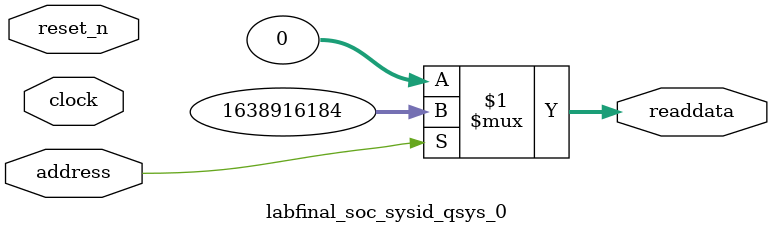
<source format=v>



// synthesis translate_off
`timescale 1ns / 1ps
// synthesis translate_on

// turn off superfluous verilog processor warnings 
// altera message_level Level1 
// altera message_off 10034 10035 10036 10037 10230 10240 10030 

module labfinal_soc_sysid_qsys_0 (
               // inputs:
                address,
                clock,
                reset_n,

               // outputs:
                readdata
             )
;

  output  [ 31: 0] readdata;
  input            address;
  input            clock;
  input            reset_n;

  wire    [ 31: 0] readdata;
  //control_slave, which is an e_avalon_slave
  assign readdata = address ? 1638916184 : 0;

endmodule



</source>
